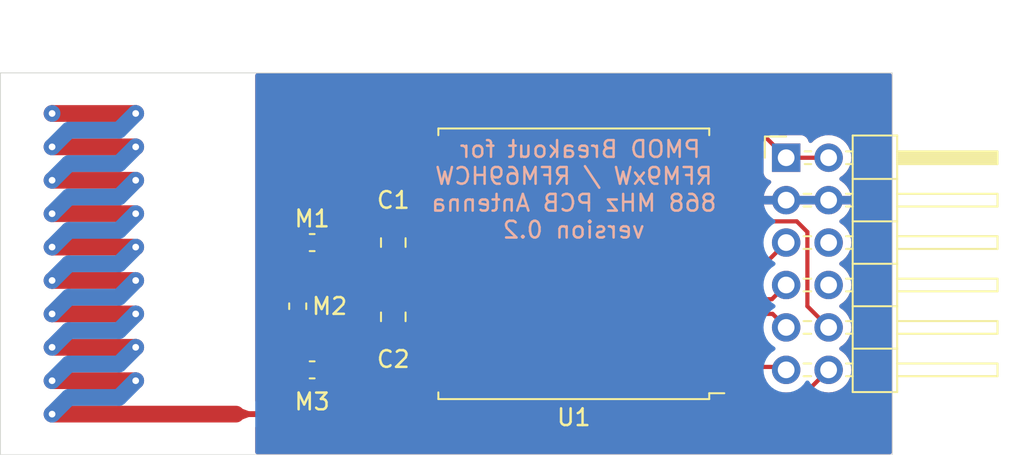
<source format=kicad_pcb>
(kicad_pcb (version 20221018) (generator pcbnew)
  (layers (0 "F.Cu" signal) (31 "B.Cu" signal) (34 "B.Paste" user) (35 "F.Paste" user) (36 "B.SilkS" user "B.Silkscreen") (37 "F.SilkS" user "F.Silkscreen") (38 "B.Mask" user) (39 "F.Mask" user) (44 "Edge.Cuts" user))
  (net 0 "")
  (net 1 "GND")
  (net 2 "DIO0")
  (net 3 "nRESET")
  (net 4 "nCS")
  (net 5 "SCK")
  (net 6 "MOSI")
  (net 7 "MISO")
  (net 8 "VCC")
  (net 9 "Net-(AE1-A)")
  (net 12 "Net-(U1-ANT)")
  (footprint "Connector_PinHeader_2.54mm:PinHeader_2x06_P2.54mm_Horizontal" (layer "F.Cu") (at 149.86 43.18)
    (fp_text reference "J1" hide)
    (fp_text value "Conn_02x06_Odd_Even")
    (fp_line (start -1.27 -1.27) (end 0 -1.27) (stroke (width 0.12)) (layer "F.SilkS"))
    (fp_line (start -1.27 0) (end -1.27 -1.27) (stroke (width 0.12)) (layer "F.SilkS"))
    (fp_line (start 1.042929 2.16) (end 1.497071 2.16) (stroke (width 0.12)) (layer "F.SilkS"))
    (fp_line (start 1.042929 2.92) (end 1.497071 2.92) (stroke (width 0.12)) (layer "F.SilkS"))
    (fp_line (start 1.042929 4.7) (end 1.497071 4.7) (stroke (width 0.12)) (layer "F.SilkS"))
    (fp_line (start 1.042929 5.46) (end 1.497071 5.46) (stroke (width 0.12)) (layer "F.SilkS"))
    (fp_line (start 1.042929 7.24) (end 1.497071 7.24) (stroke (width 0.12)) (layer "F.SilkS"))
    (fp_line (start 1.042929 8) (end 1.497071 8) (stroke (width 0.12)) (layer "F.SilkS"))
    (fp_line (start 1.042929 9.78) (end 1.497071 9.78) (stroke (width 0.12)) (layer "F.SilkS"))
    (fp_line (start 1.042929 10.54) (end 1.497071 10.54) (stroke (width 0.12)) (layer "F.SilkS"))
    (fp_line (start 1.042929 12.32) (end 1.497071 12.32) (stroke (width 0.12)) (layer "F.SilkS"))
    (fp_line (start 1.042929 13.08) (end 1.497071 13.08) (stroke (width 0.12)) (layer "F.SilkS"))
    (fp_line (start 1.11 -0.38) (end 1.497071 -0.38) (stroke (width 0.12)) (layer "F.SilkS"))
    (fp_line (start 1.11 0.38) (end 1.497071 0.38) (stroke (width 0.12)) (layer "F.SilkS"))
    (fp_line (start 3.582929 -0.38) (end 3.98 -0.38) (stroke (width 0.12)) (layer "F.SilkS"))
    (fp_line (start 3.582929 0.38) (end 3.98 0.38) (stroke (width 0.12)) (layer "F.SilkS"))
    (fp_line (start 3.582929 2.16) (end 3.98 2.16) (stroke (width 0.12)) (layer "F.SilkS"))
    (fp_line (start 3.582929 2.92) (end 3.98 2.92) (stroke (width 0.12)) (layer "F.SilkS"))
    (fp_line (start 3.582929 4.7) (end 3.98 4.7) (stroke (width 0.12)) (layer "F.SilkS"))
    (fp_line (start 3.582929 5.46) (end 3.98 5.46) (stroke (width 0.12)) (layer "F.SilkS"))
    (fp_line (start 3.582929 7.24) (end 3.98 7.24) (stroke (width 0.12)) (layer "F.SilkS"))
    (fp_line (start 3.582929 8) (end 3.98 8) (stroke (width 0.12)) (layer "F.SilkS"))
    (fp_line (start 3.582929 9.78) (end 3.98 9.78) (stroke (width 0.12)) (layer "F.SilkS"))
    (fp_line (start 3.582929 10.54) (end 3.98 10.54) (stroke (width 0.12)) (layer "F.SilkS"))
    (fp_line (start 3.582929 12.32) (end 3.98 12.32) (stroke (width 0.12)) (layer "F.SilkS"))
    (fp_line (start 3.582929 13.08) (end 3.98 13.08) (stroke (width 0.12)) (layer "F.SilkS"))
    (fp_line (start 3.98 -1.33) (end 3.98 14.03) (stroke (width 0.12)) (layer "F.SilkS"))
    (fp_line (start 3.98 1.27) (end 6.64 1.27) (stroke (width 0.12)) (layer "F.SilkS"))
    (fp_line (start 3.98 3.81) (end 6.64 3.81) (stroke (width 0.12)) (layer "F.SilkS"))
    (fp_line (start 3.98 6.35) (end 6.64 6.35) (stroke (width 0.12)) (layer "F.SilkS"))
    (fp_line (start 3.98 8.89) (end 6.64 8.89) (stroke (width 0.12)) (layer "F.SilkS"))
    (fp_line (start 3.98 11.43) (end 6.64 11.43) (stroke (width 0.12)) (layer "F.SilkS"))
    (fp_line (start 3.98 14.03) (end 6.64 14.03) (stroke (width 0.12)) (layer "F.SilkS"))
    (fp_line (start 6.64 -1.33) (end 3.98 -1.33) (stroke (width 0.12)) (layer "F.SilkS"))
    (fp_line (start 6.64 -0.38) (end 12.64 -0.38) (stroke (width 0.12)) (layer "F.SilkS"))
    (fp_line (start 6.64 -0.32) (end 12.64 -0.32) (stroke (width 0.12)) (layer "F.SilkS"))
    (fp_line (start 6.64 -0.2) (end 12.64 -0.2) (stroke (width 0.12)) (layer "F.SilkS"))
    (fp_line (start 6.64 -0.08) (end 12.64 -0.08) (stroke (width 0.12)) (layer "F.SilkS"))
    (fp_line (start 6.64 0.04) (end 12.64 0.04) (stroke (width 0.12)) (layer "F.SilkS"))
    (fp_line (start 6.64 0.16) (end 12.64 0.16) (stroke (width 0.12)) (layer "F.SilkS"))
    (fp_line (start 6.64 0.28) (end 12.64 0.28) (stroke (width 0.12)) (layer "F.SilkS"))
    (fp_line (start 6.64 2.16) (end 12.64 2.16) (stroke (width 0.12)) (layer "F.SilkS"))
    (fp_line (start 6.64 4.7) (end 12.64 4.7) (stroke (width 0.12)) (layer "F.SilkS"))
    (fp_line (start 6.64 7.24) (end 12.64 7.24) (stroke (width 0.12)) (layer "F.SilkS"))
    (fp_line (start 6.64 9.78) (end 12.64 9.78) (stroke (width 0.12)) (layer "F.SilkS"))
    (fp_line (start 6.64 12.32) (end 12.64 12.32) (stroke (width 0.12)) (layer "F.SilkS"))
    (fp_line (start 6.64 14.03) (end 6.64 -1.33) (stroke (width 0.12)) (layer "F.SilkS"))
    (fp_line (start 12.64 -0.38) (end 12.64 0.38) (stroke (width 0.12)) (layer "F.SilkS"))
    (fp_line (start 12.64 0.38) (end 6.64 0.38) (stroke (width 0.12)) (layer "F.SilkS"))
    (fp_line (start 12.64 2.16) (end 12.64 2.92) (stroke (width 0.12)) (layer "F.SilkS"))
    (fp_line (start 12.64 2.92) (end 6.64 2.92) (stroke (width 0.12)) (layer "F.SilkS"))
    (fp_line (start 12.64 4.7) (end 12.64 5.46) (stroke (width 0.12)) (layer "F.SilkS"))
    (fp_line (start 12.64 5.46) (end 6.64 5.46) (stroke (width 0.12)) (layer "F.SilkS"))
    (fp_line (start 12.64 7.24) (end 12.64 8) (stroke (width 0.12)) (layer "F.SilkS"))
    (fp_line (start 12.64 8) (end 6.64 8) (stroke (width 0.12)) (layer "F.SilkS"))
    (fp_line (start 12.64 9.78) (end 12.64 10.54) (stroke (width 0.12)) (layer "F.SilkS"))
    (fp_line (start 12.64 10.54) (end 6.64 10.54) (stroke (width 0.12)) (layer "F.SilkS"))
    (fp_line (start 12.64 12.32) (end 12.64 13.08) (stroke (width 0.12)) (layer "F.SilkS"))
    (fp_line (start 12.64 13.08) (end 6.64 13.08) (stroke (width 0.12)) (layer "F.SilkS"))
    (pad "1" thru_hole rect (at 0 0) (size 1.7 1.7) (drill 1) (layers "*.Cu" "*.Mask") (net 8 "VCC"))
    (pad "2" thru_hole oval (at 2.54 0) (size 1.7 1.7) (drill 1) (layers "*.Cu" "*.Mask") (net 8 "VCC"))
    (pad "3" thru_hole oval (at 0 2.54) (size 1.7 1.7) (drill 1) (layers "*.Cu" "*.Mask") (net 1 "GND"))
    (pad "4" thru_hole oval (at 2.54 2.54) (size 1.7 1.7) (drill 1) (layers "*.Cu" "*.Mask") (net 1 "GND"))
    (pad "5" thru_hole oval (at 0 5.08) (size 1.7 1.7) (drill 1) (layers "*.Cu" "*.Mask") (net 5 "SCK"))
    (pad "6" thru_hole oval (at 2.54 5.08) (size 1.7 1.7) (drill 1) (layers "*.Cu" "*.Mask"))
    (pad "7" thru_hole oval (at 0 7.62) (size 1.7 1.7) (drill 1) (layers "*.Cu" "*.Mask") (net 7 "MISO"))
    (pad "8" thru_hole oval (at 2.54 7.62) (size 1.7 1.7) (drill 1) (layers "*.Cu" "*.Mask"))
    (pad "9" thru_hole oval (at 0 10.16) (size 1.7 1.7) (drill 1) (layers "*.Cu" "*.Mask") (net 6 "MOSI"))
    (pad "10" thru_hole oval (at 2.54 10.16) (size 1.7 1.7) (drill 1) (layers "*.Cu" "*.Mask") (net 3 "nRESET"))
    (pad "11" thru_hole oval (at 0 12.7) (size 1.7 1.7) (drill 1) (layers "*.Cu" "*.Mask") (net 4 "nCS"))
    (pad "12" thru_hole oval (at 2.54 12.7) (size 1.7 1.7) (drill 1) (layers "*.Cu" "*.Mask") (net 2 "DIO0"))
  )
  (footprint "Capacitor_SMD:C_0603_1608Metric_Pad1.08x0.95mm_HandSolder" (layer "F.Cu") (at 121.5125 48.26)
    (fp_text reference "M1" (at 0 -1.43) (layer "F.SilkS"))
    (fp_text value "C_Small")
    (fp_line (start -0.146267 -0.51) (end 0.146267 -0.51) (stroke (width 0.12)) (layer "F.SilkS"))
    (fp_line (start -0.146267 0.51) (end 0.146267 0.51) (stroke (width 0.12)) (layer "F.SilkS"))
    (pad "1" smd roundrect (at -0.8625 0) (size 1.075 0.95) (layers "F.Cu" "F.Paste" "F.Mask") (net 12 "Net-(U1-ANT)"))
    (pad "2" smd roundrect (at 0.8625 0) (size 1.075 0.95) (layers "F.Cu" "F.Paste" "F.Mask") (net 1 "GND"))
  )
  (footprint "Capacitor_SMD:C_0805_2012Metric_Pad1.18x1.45mm_HandSolder" (layer "F.Cu") (at 126.365 48.26 90)
    (fp_text reference "C1" (at 2.54 0 180) (layer "F.SilkS"))
    (fp_text value "C_Small")
    (fp_line (start -0.261252 -0.735) (end 0.261252 -0.735) (stroke (width 0.12)) (layer "F.SilkS"))
    (fp_line (start -0.261252 0.735) (end 0.261252 0.735) (stroke (width 0.12)) (layer "F.SilkS"))
    (pad "1" smd roundrect (at -1.0375 0 90) (size 1.175 1.45) (layers "F.Cu" "F.Paste" "F.Mask") (roundrect_rratio 0.2127659574) (net 8 "VCC"))
    (pad "2" smd roundrect (at 1.0375 0 90) (size 1.175 1.45) (layers "F.Cu" "F.Paste" "F.Mask") (roundrect_rratio 0.2127659574) (net 1 "GND"))
  )
  (footprint "Inductor_SMD:L_0603_1608Metric_Pad1.05x0.95mm_HandSolder" (layer "F.Cu") (at 120.65 52.07 -90)
    (fp_text reference "M2" (at 0 -1.905 180) (layer "F.SilkS"))
    (fp_text value "L_Small")
    (fp_line (start -0.171267 -0.51) (end 0.171267 -0.51) (stroke (width 0.12)) (layer "F.SilkS"))
    (fp_line (start -0.171267 0.51) (end 0.171267 0.51) (stroke (width 0.12)) (layer "F.SilkS"))
    (pad "1" smd roundrect (at -0.875 0 270) (size 1.05 0.95) (layers "F.Cu" "F.Paste" "F.Mask") (net 12 "Net-(U1-ANT)"))
    (pad "2" smd roundrect (at 0.875 0 270) (size 1.05 0.95) (layers "F.Cu" "F.Paste" "F.Mask") (net 9 "Net-(AE1-A)"))
  )
  (footprint "RF_Module:HOPERF_RFM9XW_SMD" (layer "F.Cu") (at 137.16 49.53 180)
    (fp_text reference "U1" (at 0 -9.2) (layer "F.SilkS"))
    (fp_text value "RFM95W-868S2")
    (fp_line (start -8.1 -8.1) (end -8.1 -7.75) (stroke (width 0.12)) (layer "F.SilkS"))
    (fp_line (start -8.1 -8.1) (end 8.1 -8.1) (stroke (width 0.12)) (layer "F.SilkS"))
    (fp_line (start -8.1 -7.75) (end -9 -7.75) (stroke (width 0.12)) (layer "F.SilkS"))
    (fp_line (start -8.1 7.7) (end -8.1 8.1) (stroke (width 0.12)) (layer "F.SilkS"))
    (fp_line (start -8.1 8.1) (end 8.1 8.1) (stroke (width 0.12)) (layer "F.SilkS"))
    (fp_line (start 8.1 -8.1) (end 8.1 -7.7) (stroke (width 0.12)) (layer "F.SilkS"))
    (fp_line (start 8.1 8.1) (end 8.1 7.7) (stroke (width 0.12)) (layer "F.SilkS"))
    (pad "1" smd rect (at -8 -7 180) (size 2 1) (layers "F.Cu" "F.Paste" "F.Mask") (net 1 "GND"))
    (pad "2" smd rect (at -8 -5 180) (size 2 1) (layers "F.Cu" "F.Paste" "F.Mask") (net 7 "MISO"))
    (pad "3" smd rect (at -8 -3 180) (size 2 1) (layers "F.Cu" "F.Paste" "F.Mask") (net 6 "MOSI"))
    (pad "4" smd rect (at -8 -1 180) (size 2 1) (layers "F.Cu" "F.Paste" "F.Mask") (net 5 "SCK"))
    (pad "5" smd rect (at -8 1 180) (size 2 1) (layers "F.Cu" "F.Paste" "F.Mask") (net 4 "nCS"))
    (pad "6" smd rect (at -8 3 180) (size 2 1) (layers "F.Cu" "F.Paste" "F.Mask") (net 3 "nRESET"))
    (pad "7" smd rect (at -8 5 180) (size 2 1) (layers "F.Cu" "F.Paste" "F.Mask"))
    (pad "8" smd rect (at -8 7 180) (size 2 1) (layers "F.Cu" "F.Paste" "F.Mask") (net 1 "GND"))
    (pad "9" smd rect (at 8 7 180) (size 2 1) (layers "F.Cu" "F.Paste" "F.Mask") (net 12 "Net-(U1-ANT)"))
    (pad "10" smd rect (at 8 5 180) (size 2 1) (layers "F.Cu" "F.Paste" "F.Mask") (net 1 "GND"))
    (pad "11" smd rect (at 8 3 180) (size 2 1) (layers "F.Cu" "F.Paste" "F.Mask"))
    (pad "12" smd rect (at 8 1 180) (size 2 1) (layers "F.Cu" "F.Paste" "F.Mask"))
    (pad "13" smd rect (at 8 -1 180) (size 2 1) (layers "F.Cu" "F.Paste" "F.Mask") (net 8 "VCC"))
    (pad "14" smd rect (at 8 -3 180) (size 2 1) (layers "F.Cu" "F.Paste" "F.Mask") (net 2 "DIO0"))
    (pad "15" smd rect (at 8 -5 180) (size 2 1) (layers "F.Cu" "F.Paste" "F.Mask"))
    (pad "16" smd rect (at 8 -7 180) (size 2 1) (layers "F.Cu" "F.Paste" "F.Mask"))
  )
  (footprint "Capacitor_SMD:C_0603_1608Metric_Pad1.08x0.95mm_HandSolder" (layer "F.Cu") (at 121.5125 55.88)
    (fp_text reference "M3" (at 0 1.905) (layer "F.SilkS"))
    (fp_text value "C_Small")
    (fp_line (start -0.146267 -0.51) (end 0.146267 -0.51) (stroke (width 0.12)) (layer "F.SilkS"))
    (fp_line (start -0.146267 0.51) (end 0.146267 0.51) (stroke (width 0.12)) (layer "F.SilkS"))
    (pad "1" smd roundrect (at -0.8625 0) (size 1.075 0.95) (layers "F.Cu" "F.Paste" "F.Mask") (net 9 "Net-(AE1-A)"))
    (pad "2" smd roundrect (at 0.8625 0) (size 1.075 0.95) (layers "F.Cu" "F.Paste" "F.Mask") (net 1 "GND"))
  )
  (footprint "RF_Antenna:Texas_SWRA416_868MHz_915MHz" (layer "F.Cu") (at 111.76 49.53 90)
    (fp_text reference "AE1" hide)
    (fp_text value "Antenna")
    (fp_line (start -9 5.2) (end -9 -5.8) (stroke (width 1)) (layer "F.Cu"))
    (fp_line (start -7 -5.8) (end -7 -0.8) (stroke (width 1)) (layer "F.Cu"))
    (fp_line (start -5 -5.8) (end -5 -0.8) (stroke (width 1)) (layer "F.Cu"))
    (fp_line (start -3 -5.8) (end -3 -0.8) (stroke (width 1)) (layer "F.Cu"))
    (fp_line (start -1 -5.8) (end -1 -0.8) (stroke (width 1)) (layer "F.Cu"))
    (fp_line (start 1 -5.8) (end 1 -0.8) (stroke (width 1)) (layer "F.Cu"))
    (fp_line (start 3 -5.8) (end 3 -0.8) (stroke (width 1)) (layer "F.Cu"))
    (fp_line (start 5 -5.8) (end 5 -0.8) (stroke (width 1)) (layer "F.Cu"))
    (fp_line (start 7 -5.8) (end 7 -0.8) (stroke (width 1)) (layer "F.Cu"))
    (fp_line (start 9 -5.8) (end 9 -0.8) (stroke (width 1)) (layer "F.Cu"))
    (fp_line (start -9 -5.8) (end -8 -4.8) (stroke (width 1)) (layer "B.Cu"))
    (fp_line (start -8 -4.8) (end -8 -1.8) (stroke (width 1)) (layer "B.Cu"))
    (fp_line (start -8 -1.8) (end -7 -0.8) (stroke (width 1)) (layer "B.Cu"))
    (fp_line (start -7 -5.8) (end -6 -4.8) (stroke (width 1)) (layer "B.Cu"))
    (fp_line (start -6 -4.8) (end -6 -1.8) (stroke (width 1)) (layer "B.Cu"))
    (fp_line (start -6 -1.8) (end -5 -0.8) (stroke (width 1)) (layer "B.Cu"))
    (fp_line (start -5 -5.8) (end -4 -4.8) (stroke (width 1)) (layer "B.Cu"))
    (fp_line (start -4 -4.8) (end -4 -1.8) (stroke (width 1)) (layer "B.Cu"))
    (fp_line (start -4 -1.8) (end -3 -0.8) (stroke (width 1)) (layer "B.Cu"))
    (fp_line (start -3 -5.8) (end -2 -4.8) (stroke (width 1)) (layer "B.Cu"))
    (fp_line (start -2 -4.8) (end -2 -1.8) (stroke (width 1)) (layer "B.Cu"))
    (fp_line (start -2 -1.8) (end -1 -0.8) (stroke (width 1)) (layer "B.Cu"))
    (fp_line (start -1 -5.8) (end 0 -4.8) (stroke (width 1)) (layer "B.Cu"))
    (fp_line (start 0 -4.8) (end 0 -1.8) (stroke (width 1)) (layer "B.Cu"))
    (fp_line (start 0 -1.8) (end 1 -0.8) (stroke (width 1)) (layer "B.Cu"))
    (fp_line (start 1 -5.8) (end 2 -4.8) (stroke (width 1)) (layer "B.Cu"))
    (fp_line (start 2 -4.8) (end 2 -1.8) (stroke (width 1)) (layer "B.Cu"))
    (fp_line (start 2 -1.8) (end 3 -0.8) (stroke (width 1)) (layer "B.Cu"))
    (fp_line (start 3 -5.8) (end 4 -4.8) (stroke (width 1)) (layer "B.Cu"))
    (fp_line (start 4 -4.8) (end 4 -1.8) (stroke (width 1)) (layer "B.Cu"))
    (fp_line (start 4 -1.8) (end 5 -0.8) (stroke (width 1)) (layer "B.Cu"))
    (fp_line (start 5 -5.8) (end 6 -4.8) (stroke (width 1)) (layer "B.Cu"))
    (fp_line (start 6 -4.8) (end 6 -1.8) (stroke (width 1)) (layer "B.Cu"))
    (fp_line (start 6 -1.8) (end 7 -0.8) (stroke (width 1)) (layer "B.Cu"))
    (fp_line (start 7 -5.8) (end 8 -4.8) (stroke (width 1)) (layer "B.Cu"))
    (fp_line (start 8 -4.8) (end 8 -1.8) (stroke (width 1)) (layer "B.Cu"))
    (fp_line (start 8 -1.8) (end 9 -0.8) (stroke (width 1)) (layer "B.Cu"))
    (pad "" thru_hole circle (at -9 -5.8 270) (size 1 1) (drill 0.4) (layers "*.Cu"))
    (pad "" thru_hole circle (at -7 -5.8 270) (size 1 1) (drill 0.4) (layers "*.Cu"))
    (pad "" thru_hole circle (at -7 -0.8 270) (size 1 1) (drill 0.4) (layers "*.Cu"))
    (pad "" thru_hole circle (at -5 -5.8 270) (size 1 1) (drill 0.4) (layers "*.Cu"))
    (pad "" thru_hole circle (at -5 -0.8 270) (size 1 1) (drill 0.4) (layers "*.Cu"))
    (pad "" thru_hole circle (at -3 -5.8 270) (size 1 1) (drill 0.4) (layers "*.Cu"))
    (pad "" thru_hole circle (at -3 -0.8 270) (size 1 1) (drill 0.4) (layers "*.Cu"))
    (pad "" thru_hole circle (at -1 -5.8 270) (size 1 1) (drill 0.4) (layers "*.Cu"))
    (pad "" thru_hole circle (at -1 -0.8 270) (size 1 1) (drill 0.4) (layers "*.Cu"))
    (pad "" thru_hole circle (at 1 -5.8 270) (size 1 1) (drill 0.4) (layers "*.Cu"))
    (pad "" thru_hole circle (at 1 -0.8 270) (size 1 1) (drill 0.4) (layers "*.Cu"))
    (pad "" thru_hole circle (at 3 -5.8 270) (size 1 1) (drill 0.4) (layers "*.Cu"))
    (pad "" thru_hole circle (at 3 -0.8 270) (size 1 1) (drill 0.4) (layers "*.Cu"))
    (pad "" thru_hole circle (at 5 -5.8 270) (size 1 1) (drill 0.4) (layers "*.Cu"))
    (pad "" thru_hole circle (at 5 -0.8 270) (size 1 1) (drill 0.4) (layers "*.Cu"))
    (pad "" thru_hole circle (at 7 -5.8 270) (size 1 1) (drill 0.4) (layers "*.Cu"))
    (pad "" thru_hole circle (at 7 -0.8 270) (size 1 1) (drill 0.4) (layers "*.Cu"))
    (pad "" thru_hole circle (at 9 -5.8 270) (size 1 1) (drill 0.4) (layers "*.Cu"))
    (pad "" thru_hole circle (at 9 -0.8 270) (size 1 1) (drill 0.4) (layers "*.Cu"))
    (pad "1" smd trapezoid (at -9 5.9 270) (size 0.4 0.8) (rect_delta 0 0.3) (layers "F.Cu") (net 9 "Net-(AE1-A)"))
    (zone (net 0) (net_name "") (layer "F.Cu") (connect_pads (clearance 0)) (min_thickness 0.254)
      (keepout (tracks allowed) (vias allowed) (pads allowed) (copperpour not_allowed) (footprints not_allowed))
      (fill (thermal_gap 0.508) (thermal_bridge_width 0.508))
      (polygon (pts (xy 117.46 59.23) (xy 117.46 39.83) (xy 105.26 39.83) (xy 105.26 59.23)))
    )
  )
  (footprint "Capacitor_SMD:C_0805_2012Metric_Pad1.18x1.45mm_HandSolder" (layer "F.Cu") (at 126.365 52.705 -90)
    (fp_text reference "C2" (at 2.54 0 180) (layer "F.SilkS"))
    (fp_text value "C_Small")
    (fp_line (start -0.261252 -0.735) (end 0.261252 -0.735) (stroke (width 0.12)) (layer "F.SilkS"))
    (fp_line (start -0.261252 0.735) (end 0.261252 0.735) (stroke (width 0.12)) (layer "F.SilkS"))
    (pad "1" smd roundrect (at -1.0375 0 270) (size 1.175 1.45) (layers "F.Cu" "F.Paste" "F.Mask") (roundrect_rratio 0.2127659574) (net 8 "VCC"))
    (pad "2" smd roundrect (at 1.0375 0 270) (size 1.175 1.45) (layers "F.Cu" "F.Paste" "F.Mask") (roundrect_rratio 0.2127659574) (net 1 "GND"))
  )
  (gr_rect (start 102.87 38.1) (end 156.21 60.96) (stroke (width 0.05)) (fill none) (layer "Edge.Cuts"))
  (gr_text "PMOD Breakout for \nRFM9xW / RFM69HCW\n868 MHz PCB Antenna\nversion 0.2" (at 137.16 45.085) (layer "B.SilkS") (effects (font (size 1 1)) (justify mirror)))
  (segment (start 131.27 52.53) (end 136.095 57.355) (width 0.25) (layer "F.Cu") (net 2))
  (segment (start 150.925 57.355) (end 152.4 55.88) (width 0.25) (layer "F.Cu") (net 2))
  (segment (start 129.16 52.53) (end 131.27 52.53) (width 0.25) (layer "F.Cu") (net 2))
  (segment (start 136.095 57.355) (end 150.925 57.355) (width 0.25) (layer "F.Cu") (net 2))
  (segment (start 150.495 46.99) (end 147.32 46.99) (width 0.25) (layer "F.Cu") (net 3))
  (segment (start 151.13 52.07) (end 151.13 47.625) (width 0.25) (layer "F.Cu") (net 3))
  (segment (start 147.32 46.99) (end 146.86 46.53) (width 0.25) (layer "F.Cu") (net 3))
  (segment (start 152.4 53.34) (end 151.13 52.07) (width 0.25) (layer "F.Cu") (net 3))
  (segment (start 151.13 47.625) (end 150.495 46.99) (width 0.25) (layer "F.Cu") (net 3))
  (segment (start 146.86 46.53) (end 145.16 46.53) (width 0.25) (layer "F.Cu") (net 3))
  (segment (start 144.145 55.705) (end 149.685 55.705) (width 0.25) (layer "F.Cu") (net 4))
  (segment (start 149.685 55.705) (end 149.86 55.88) (width 0.25) (layer "F.Cu") (net 4))
  (segment (start 143.385 54.945) (end 144.145 55.705) (width 0.25) (layer "F.Cu") (net 4))
  (segment (start 145.16 48.53) (end 143.385 50.305) (width 0.25) (layer "F.Cu") (net 4))
  (segment (start 143.385 50.305) (end 143.385 54.945) (width 0.25) (layer "F.Cu") (net 4))
  (segment (start 147.59 50.53) (end 149.86 48.26) (width 0.25) (layer "F.Cu") (net 5))
  (segment (start 145.16 50.53) (end 147.59 50.53) (width 0.25) (layer "F.Cu") (net 5))
  (segment (start 149.05 52.53) (end 149.86 53.34) (width 0.25) (layer "F.Cu") (net 6))
  (segment (start 145.16 52.53) (end 149.05 52.53) (width 0.25) (layer "F.Cu") (net 6))
  (segment (start 143.835 51.745) (end 143.93 51.65) (width 0.25) (layer "F.Cu") (net 7))
  (segment (start 145.16 54.53) (end 143.835 53.205) (width 0.25) (layer "F.Cu") (net 7))
  (segment (start 143.93 51.65) (end 149.01 51.65) (width 0.25) (layer "F.Cu") (net 7))
  (segment (start 149.01 51.65) (end 149.86 50.8) (width 0.25) (layer "F.Cu") (net 7))
  (segment (start 143.835 53.205) (end 143.835 51.745) (width 0.25) (layer "F.Cu") (net 7))
  (segment (start 147.955 41.275) (end 149.86 43.18) (width 0.25) (layer "F.Cu") (net 8))
  (segment (start 134.62 41.275) (end 147.955 41.275) (width 0.25) (layer "F.Cu") (net 8))
  (segment (start 133.35 48.26) (end 133.35 42.545) (width 0.25) (layer "F.Cu") (net 8))
  (segment (start 126.365 51.6675) (end 126.365 49.2975) (width 0.25) (layer "F.Cu") (net 8))
  (segment (start 126.365 51.6675) (end 127.5025 50.53) (width 0.25) (layer "F.Cu") (net 8))
  (segment (start 152.4 43.18) (end 149.86 43.18) (width 0.25) (layer "F.Cu") (net 8))
  (segment (start 131.08 50.53) (end 133.35 48.26) (width 0.25) (layer "F.Cu") (net 8))
  (segment (start 129.16 50.53) (end 131.08 50.53) (width 0.25) (layer "F.Cu") (net 8))
  (segment (start 127.5025 50.53) (end 129.16 50.53) (width 0.25) (layer "F.Cu") (net 8))
  (segment (start 133.35 42.545) (end 134.62 41.275) (width 0.25) (layer "F.Cu") (net 8))
  (segment (start 120.65 57.15) (end 119.27 58.53) (width 0.35) (layer "F.Cu") (net 9))
  (segment (start 119.27 58.53) (end 117 58.53) (width 0.35) (layer "F.Cu") (net 9))
  (segment (start 120.65 52.945) (end 120.65 55.88) (width 0.35) (layer "F.Cu") (net 9))
  (segment (start 120.65 55.88) (end 120.65 57.15) (width 0.35) (layer "F.Cu") (net 9))
  (segment (start 125.745 42.53) (end 125.73 42.545) (width 0.35) (layer "F.Cu") (net 12))
  (segment (start 129.16 42.53) (end 125.745 42.53) (width 0.35) (layer "F.Cu") (net 12))
  (segment (start 125.73 42.545) (end 123.825 42.545) (width 0.35) (layer "F.Cu") (net 12))
  (segment (start 120.65 45.72) (end 120.65 48.26) (width 0.35) (layer "F.Cu") (net 12))
  (segment (start 123.825 42.545) (end 120.65 45.72) (width 0.35) (layer "F.Cu") (net 12))
  (segment (start 128.855 42.835) (end 129.16 42.53) (width 0.38) (layer "F.Cu") (net 12))
  (segment (start 120.65 48.26) (end 120.65 51.195) (width 0.35) (layer "F.Cu") (net 12))
  (zone (net 1) (net_name "GND") (layers "F&B.Cu") (connect_pads (clearance 0.5)) (min_thickness 0.254) (fill yes (thermal_gap 0.508) (thermal_bridge_width 0.508))
    (polygon (pts (xy 157.48 60.96) (xy 118.11 60.96) (xy 118.11 38.1) (xy 157.48 38.1)))
  )
)
</source>
